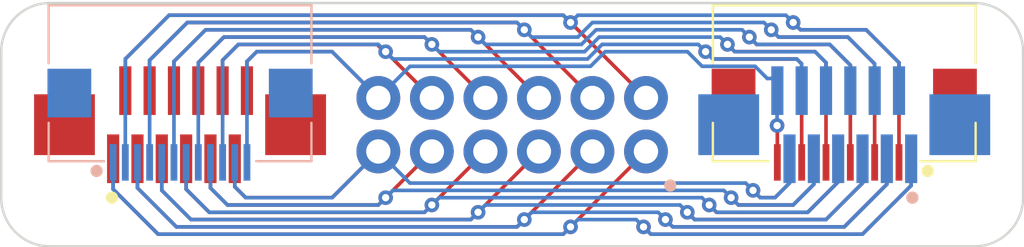
<source format=kicad_pcb>
(kicad_pcb (version 20221018) (generator pcbnew)
  (layers (0 "F.Cu" signal) (31 "B.Cu" signal) (34 "B.Paste" user) (35 "F.Paste" user) (36 "B.SilkS" user "B.Silkscreen") (37 "F.SilkS" user "F.Silkscreen") (38 "B.Mask" user) (39 "F.Mask" user) (44 "Edge.Cuts" user))
  (net 0 "")
  (net 1 "Net-(VIK_K1-3V3)")
  (net 2 "Net-(VIK_K1-GND-Pad2)")
  (net 3 "Net-(VIK_K1-SDA)")
  (net 4 "Net-(VIK_K1-SCL)")
  (net 5 "Net-(VIK_K1-RGB_IN)")
  (net 6 "Net-(VIK_K1-5V)")
  (net 7 "Net-(VIK_K1-GND-Pad7)")
  (net 8 "Net-(VIK_K1-MOSI)")
  (net 9 "Net-(VIK_K1-GPIO)")
  (net 10 "Net-(VIK_K1-CS)")
  (net 11 "Net-(VIK_K1-MISO)")
  (net 12 "Net-(VIK_K1-SCLK)")
  (footprint "zzkeeb:Connector_VIK-horizontal-keyboard" (layer "F.Cu") (at 135.65 53 180)
    (fp_text reference "VIK_K5")
    (fp_text value "Connector_VIK-keyboard" hide)
    (fp_line (start -5.4 -1.5) (end -3.131 -1.5) (stroke (width 0.1)) (layer "F.SilkS"))
    (fp_line (start -5.4 0.075) (end -5.4 -1.5) (stroke (width 0.1)) (layer "F.SilkS"))
    (fp_line (start -5.4 4.909) (end -5.4 2.526) (stroke (width 0.1)) (layer "F.SilkS"))
    (fp_line (start 5.4 -1.5) (end 3.131 -1.5) (stroke (width 0.1)) (layer "F.SilkS"))
    (fp_line (start 5.4 0.075) (end 5.4 -1.5) (stroke (width 0.1)) (layer "F.SilkS"))
    (fp_line (start 5.4 4.909) (end -5.4 4.909) (stroke (width 0.1)) (layer "F.SilkS"))
    (fp_line (start 5.4 4.909) (end 5.4 2.526) (stroke (width 0.1)) (layer "F.SilkS"))
    (fp_circle (center -3.429 -1.9) (end -3.302 -1.9) (stroke (width 0.254)) (fill none) (layer "F.SilkS"))
    (pad "1" smd rect (at -2.75 -1.55 180) (size 0.28 1.5) (layers "F.Cu" "F.Paste" "F.Mask") (net 1 "Net-(VIK_K1-3V3)"))
    (pad "2" smd rect (at -2.25 -1.55 180) (size 0.28 1.5) (layers "F.Cu" "F.Paste" "F.Mask") (net 2 "Net-(VIK_K1-GND-Pad2)"))
    (pad "3" smd rect (at -1.75 -1.55 180) (size 0.28 1.5) (layers "F.Cu" "F.Paste" "F.Mask") (net 3 "Net-(VIK_K1-SDA)"))
    (pad "4" smd rect (at -1.25 -1.55 180) (size 0.28 1.5) (layers "F.Cu" "F.Paste" "F.Mask") (net 4 "Net-(VIK_K1-SCL)"))
    (pad "5" smd rect (at -0.75 -1.55 180) (size 0.28 1.5) (layers "F.Cu" "F.Paste" "F.Mask") (net 5 "Net-(VIK_K1-RGB_IN)"))
    (pad "6" smd rect (at -0.25 -1.55 180) (size 0.28 1.5) (layers "F.Cu" "F.Paste" "F.Mask") (net 6 "Net-(VIK_K1-5V)"))
    (pad "7" smd rect (at 0.25 -1.55 180) (size 0.28 1.5) (layers "F.Cu" "F.Paste" "F.Mask") (net 7 "Net-(VIK_K1-GND-Pad7)"))
    (pad "8" smd rect (at 0.75 -1.55 180) (size 0.28 1.5) (layers "F.Cu" "F.Paste" "F.Mask") (net 8 "Net-(VIK_K1-MOSI)"))
    (pad "9" smd rect (at 1.25 -1.55 180) (size 0.28 1.5) (layers "F.Cu" "F.Paste" "F.Mask") (net 9 "Net-(VIK_K1-GPIO)"))
    (pad "10" smd rect (at 1.75 -1.55 180) (size 0.28 1.5) (layers "F.Cu" "F.Paste" "F.Mask") (net 10 "Net-(VIK_K1-CS)"))
    (pad "11" smd rect (at 2.25 -1.55 180) (size 0.28 1.5) (layers "F.Cu" "F.Paste" "F.Mask") (net 11 "Net-(VIK_K1-MISO)"))
    (pad "12" smd rect (at 2.75 -1.55 180) (size 0.28 1.5) (layers "F.Cu" "F.Paste" "F.Mask") (net 12 "Net-(VIK_K1-SCLK)"))
    (pad "MP" smd rect (at -4.55 1.3 180) (size 1.8 2) (layers "F.Cu" "F.Paste" "F.Mask"))
    (pad "MP" smd rect (at 4.55 1.3 180) (size 1.8 2) (layers "F.Cu" "F.Paste" "F.Mask"))
  )
  (footprint "zzkeeb:Connector_VIK-magnetic-keyboard" (layer "F.Cu") (at 122 53 90)
    (fp_text reference "VIK_K1" hide)
    (fp_text value "Connector_VIK-keyboard" hide)
    (fp_circle (center -2.5 6.5) (end -2.7 6.5) (stroke (width 0.1)) (fill solid) (layer "B.SilkS"))
    (fp_circle (center -2.5 6.5) (end -2.3 6.5) (stroke (width 0.1)) (fill solid) (layer "F.SilkS"))
    (pad "1" thru_hole circle (at -1.1 5.5 270) (size 1.8 1.8) (drill 1) (layers "*.Cu" "*.Mask") (net 1 "Net-(VIK_K1-3V3)"))
    (pad "2" thru_hole circle (at 1.1 5.5 270) (size 1.8 1.8) (drill 1) (layers "*.Cu" "*.Mask") (net 2 "Net-(VIK_K1-GND-Pad2)"))
    (pad "3" thru_hole circle (at -1.1 3.3 270) (size 1.8 1.8) (drill 1) (layers "*.Cu" "*.Mask") (net 3 "Net-(VIK_K1-SDA)"))
    (pad "4" thru_hole circle (at 1.1 3.3 270) (size 1.8 1.8) (drill 1) (layers "*.Cu" "*.Mask") (net 4 "Net-(VIK_K1-SCL)"))
    (pad "5" thru_hole circle (at -1.1 1.1 270) (size 1.8 1.8) (drill 1) (layers "*.Cu" "*.Mask") (net 5 "Net-(VIK_K1-RGB_IN)"))
    (pad "6" thru_hole circle (at 1.1 1.1 270) (size 1.8 1.8) (drill 1) (layers "*.Cu" "*.Mask") (net 6 "Net-(VIK_K1-5V)"))
    (pad "7" thru_hole circle (at -1.1 -1.1 270) (size 1.8 1.8) (drill 1) (layers "*.Cu" "*.Mask") (net 7 "Net-(VIK_K1-GND-Pad7)"))
    (pad "8" thru_hole circle (at 1.1 -1.1 270) (size 1.8 1.8) (drill 1) (layers "*.Cu" "*.Mask") (net 8 "Net-(VIK_K1-MOSI)"))
    (pad "9" thru_hole circle (at -1.1 -3.3 270) (size 1.8 1.8) (drill 1) (layers "*.Cu" "*.Mask") (net 9 "Net-(VIK_K1-GPIO)"))
    (pad "10" thru_hole circle (at 1.1 -3.3 270) (size 1.8 1.8) (drill 1) (layers "*.Cu" "*.Mask") (net 10 "Net-(VIK_K1-CS)"))
    (pad "11" thru_hole circle (at -1.1 -5.5 270) (size 1.8 1.8) (drill 1) (layers "*.Cu" "*.Mask") (net 11 "Net-(VIK_K1-MISO)"))
    (pad "12" thru_hole circle (at 1.1 -5.5 270) (size 1.8 1.8) (drill 1) (layers "*.Cu" "*.Mask") (net 12 "Net-(VIK_K1-SCLK)"))
  )
  (footprint "zzkeeb:Connector_VIK-vertical-keyboard" (layer "F.Cu") (at 108.35 53 90)
    (fp_text reference "VIK_K2" hide)
    (fp_text value "Connector_VIK-keyboard" hide)
    (fp_circle (center -3 -2.8) (end -2.873 -2.8) (stroke (width 0.254)) (fill none) (layer "F.SilkS"))
    (pad "" smd rect (at 0 -4.75 90) (size 2.5 2.5) (layers "F.Cu" "F.Paste" "F.Mask"))
    (pad "" smd rect (at 0 4.75 90) (size 2.5 2.5) (layers "F.Cu" "F.Paste" "F.Mask"))
    (pad "1" smd custom (at -1.9 -2.75 270) (size 1 0.5) (layers "F.Cu" "F.Paste" "F.Mask") (net 1 "Net-(VIK_K1-3V3)") (options (clearance outline) (anchor rect)) (primitives (gr_poly (pts (xy -1.5 0.25) (xy -0.5 0.25) (xy -0.5 -0.25) (xy -1.5 -0.25)) (width 0) (fill yes))))
    (pad "2" smd custom (at 1.9 -2.25 90) (size 1 0.5) (layers "F.Cu" "F.Paste" "F.Mask") (net 2 "Net-(VIK_K1-GND-Pad2)") (options (clearance outline) (anchor rect)) (primitives (gr_poly (pts (xy -1.5 0.25) (xy -0.5 0.25) (xy -0.5 -0.25) (xy -1.5 -0.25)) (width 0) (fill yes))))
    (pad "3" smd custom (at -1.9 -1.75 270) (size 1 0.5) (layers "F.Cu" "F.Paste" "F.Mask") (net 3 "Net-(VIK_K1-SDA)") (options (clearance outline) (anchor rect)) (primitives (gr_poly (pts (xy -1.5 0.25) (xy -0.5 0.25) (xy -0.5 -0.25) (xy -1.5 -0.25)) (width 0) (fill yes))))
    (pad "4" smd custom (at 1.9 -1.25 90) (size 1 0.5) (layers "F.Cu" "F.Paste" "F.Mask") (net 4 "Net-(VIK_K1-SCL)") (options (clearance outline) (anchor rect)) (primitives (gr_poly (pts (xy -1.5 0.25) (xy -0.5 0.25) (xy -0.5 -0.25) (xy -1.5 -0.25)) (width 0) (fill yes))))
    (pad "5" smd custom (at -1.9 -0.75 270) (size 1 0.5) (layers "F.Cu" "F.Paste" "F.Mask") (net 5 "Net-(VIK_K1-RGB_IN)") (options (clearance outline) (anchor rect)) (primitives (gr_poly (pts (xy -1.5 0.25) (xy -0.5 0.25) (xy -0.5 -0.25) (xy -1.5 -0.25)) (width 0) (fill yes))))
    (pad "6" smd custom (at 1.9 -0.25 90) (size 1 0.5) (layers "F.Cu" "F.Paste" "F.Mask") (net 6 "Net-(VIK_K1-5V)") (options (clearance outline) (anchor rect)) (primitives (gr_poly (pts (xy -1.5 0.25) (xy -0.5 0.25) (xy -0.5 -0.25) (xy -1.5 -0.25)) (width 0) (fill yes))))
    (pad "7" smd rect (at -1.4 0.25) (size 0.5 2) (layers "F.Cu" "F.Paste" "F.Mask") (net 7 "Net-(VIK_K1-GND-Pad7)"))
    (pad "8" smd custom (at 1.9 0.75 90) (size 1 0.5) (layers "F.Cu" "F.Paste" "F.Mask") (net 8 "Net-(VIK_K1-MOSI)") (options (clearance outline) (anchor rect)) (primitives (gr_poly (pts (xy -1.5 0.25) (xy -0.5 0.25) (xy -0.5 -0.25) (xy -1.5 -0.25)) (width 0) (fill yes))))
    (pad "9" smd custom (at -1.9 1.25 270) (size 1 0.5) (layers "F.Cu" "F.Paste" "F.Mask") (net 9 "Net-(VIK_K1-GPIO)") (options (clearance outline) (anchor rect)) (primitives (gr_poly (pts (xy -1.5 0.25) (xy -0.5 0.25) (xy -0.5 -0.25) (xy -1.5 -0.25)) (width 0) (fill yes))))
    (pad "10" smd custom (at 1.9 1.75 90) (size 1 0.5) (layers "F.Cu" "F.Paste" "F.Mask") (net 10 "Net-(VIK_K1-CS)") (options (clearance outline) (anchor rect)) (primitives (gr_poly (pts (xy -1.5 0.25) (xy -0.5 0.25) (xy -0.5 -0.25) (xy -1.5 -0.25)) (width 0) (fill yes))))
    (pad "11" smd custom (at -1.9 2.25 270) (size 1 0.5) (layers "F.Cu" "F.Paste" "F.Mask") (net 11 "Net-(VIK_K1-MISO)") (options (clearance outline) (anchor rect)) (primitives (gr_poly (pts (xy -1.5 0.25) (xy -0.5 0.25) (xy -0.5 -0.25) (xy -1.5 -0.25)) (width 0) (fill yes))))
    (pad "12" smd custom (at 1.9 2.75 90) (size 1 0.5) (layers "F.Cu" "F.Paste" "F.Mask") (net 12 "Net-(VIK_K1-SCLK)") (options (clearance outline) (anchor rect)) (primitives (gr_poly (pts (xy -1.5 0.25) (xy -0.5 0.25) (xy -0.5 -0.25) (xy -1.5 -0.25)) (width 0) (fill yes))))
  )
  (footprint "zzkeeb:Connector_VIK-vertical-keyboard" (layer "B.Cu") (at 135.65 53 90)
    (fp_text reference "VIK_K3" hide)
    (fp_text value "Connector_VIK-keyboard" hide)
    (fp_circle (center -3 2.8) (end -2.873 2.8) (stroke (width 0.254)) (fill none) (layer "B.SilkS"))
    (pad "" smd rect (at 0 -4.75 90) (size 2.5 2.5) (layers "B.Cu" "B.Paste" "B.Mask"))
    (pad "" smd rect (at 0 4.75 90) (size 2.5 2.5) (layers "B.Cu" "B.Paste" "B.Mask"))
    (pad "1" smd custom (at -1.9 2.75 270) (size 1 0.5) (layers "B.Cu" "B.Paste" "B.Mask") (net 1 "Net-(VIK_K1-3V3)") (options (clearance outline) (anchor rect)) (primitives (gr_poly (pts (xy -1.5 -0.25) (xy -0.5 -0.25) (xy -0.5 0.25) (xy -1.5 0.25)) (width 0) (fill yes))))
    (pad "2" smd custom (at 1.9 2.25 90) (size 1 0.5) (layers "B.Cu" "B.Paste" "B.Mask") (net 2 "Net-(VIK_K1-GND-Pad2)") (options (clearance outline) (anchor rect)) (primitives (gr_poly (pts (xy -1.5 -0.25) (xy -0.5 -0.25) (xy -0.5 0.25) (xy -1.5 0.25)) (width 0) (fill yes))))
    (pad "3" smd custom (at -1.9 1.75 270) (size 1 0.5) (layers "B.Cu" "B.Paste" "B.Mask") (net 3 "Net-(VIK_K1-SDA)") (options (clearance outline) (anchor rect)) (primitives (gr_poly (pts (xy -1.5 -0.25) (xy -0.5 -0.25) (xy -0.5 0.25) (xy -1.5 0.25)) (width 0) (fill yes))))
    (pad "4" smd custom (at 1.9 1.25 90) (size 1 0.5) (layers "B.Cu" "B.Paste" "B.Mask") (net 4 "Net-(VIK_K1-SCL)") (options (clearance outline) (anchor rect)) (primitives (gr_poly (pts (xy -1.5 -0.25) (xy -0.5 -0.25) (xy -0.5 0.25) (xy -1.5 0.25)) (width 0) (fill yes))))
    (pad "5" smd custom (at -1.9 0.75 270) (size 1 0.5) (layers "B.Cu" "B.Paste" "B.Mask") (net 5 "Net-(VIK_K1-RGB_IN)") (options (clearance outline) (anchor rect)) (primitives (gr_poly (pts (xy -1.5 -0.25) (xy -0.5 -0.25) (xy -0.5 0.25) (xy -1.5 0.25)) (width 0) (fill yes))))
    (pad "6" smd custom (at 1.9 0.25 90) (size 1 0.5) (layers "B.Cu" "B.Paste" "B.Mask") (net 6 "Net-(VIK_K1-5V)") (options (clearance outline) (anchor rect)) (primitives (gr_poly (pts (xy -1.5 -0.25) (xy -0.5 -0.25) (xy -0.5 0.25) (xy -1.5 0.25)) (width 0) (fill yes))))
    (pad "7" smd rect (at -1.4 -0.25 180) (size 0.5 2) (layers "B.Cu" "B.Paste" "B.Mask") (net 7 "Net-(VIK_K1-GND-Pad7)"))
    (pad "8" smd custom (at 1.9 -0.75 90) (size 1 0.5) (layers "B.Cu" "B.Paste" "B.Mask") (net 8 "Net-(VIK_K1-MOSI)") (options (clearance outline) (anchor rect)) (primitives (gr_poly (pts (xy -1.5 -0.25) (xy -0.5 -0.25) (xy -0.5 0.25) (xy -1.5 0.25)) (width 0) (fill yes))))
    (pad "9" smd custom (at -1.9 -1.25 270) (size 1 0.5) (layers "B.Cu" "B.Paste" "B.Mask") (net 9 "Net-(VIK_K1-GPIO)") (options (clearance outline) (anchor rect)) (primitives (gr_poly (pts (xy -1.5 -0.25) (xy -0.5 -0.25) (xy -0.5 0.25) (xy -1.5 0.25)) (width 0) (fill yes))))
    (pad "10" smd custom (at 1.9 -1.75 90) (size 1 0.5) (layers "B.Cu" "B.Paste" "B.Mask") (net 10 "Net-(VIK_K1-CS)") (options (clearance outline) (anchor rect)) (primitives (gr_poly (pts (xy -1.5 -0.25) (xy -0.5 -0.25) (xy -0.5 0.25) (xy -1.5 0.25)) (width 0) (fill yes))))
    (pad "11" smd custom (at -1.9 -2.25 270) (size 1 0.5) (layers "B.Cu" "B.Paste" "B.Mask") (net 11 "Net-(VIK_K1-MISO)") (options (clearance outline) (anchor rect)) (primitives (gr_poly (pts (xy -1.5 -0.25) (xy -0.5 -0.25) (xy -0.5 0.25) (xy -1.5 0.25)) (width 0) (fill yes))))
    (pad "12" smd custom (at 1.9 -2.75 90) (size 1 0.5) (layers "B.Cu" "B.Paste" "B.Mask") (net 12 "Net-(VIK_K1-SCLK)") (options (clearance outline) (anchor rect)) (primitives (gr_poly (pts (xy -1.5 -0.25) (xy -0.5 -0.25) (xy -0.5 0.25) (xy -1.5 0.25)) (width 0) (fill yes))))
  )
  (footprint "zzkeeb:Connector_VIK-horizontal-keyboard" (layer "B.Cu") (at 108.35 53)
    (fp_text reference "VIK_K4")
    (fp_text value "Connector_VIK-keyboard" hide)
    (fp_line (start -5.4 -4.909) (end -5.4 -2.526) (stroke (width 0.1)) (layer "B.SilkS"))
    (fp_line (start -5.4 -0.075) (end -5.4 1.5) (stroke (width 0.1)) (layer "B.SilkS"))
    (fp_line (start -5.4 1.5) (end -3.131 1.5) (stroke (width 0.1)) (layer "B.SilkS"))
    (fp_line (start 5.4 -4.909) (end -5.4 -4.909) (stroke (width 0.1)) (layer "B.SilkS"))
    (fp_line (start 5.4 -4.909) (end 5.4 -2.526) (stroke (width 0.1)) (layer "B.SilkS"))
    (fp_line (start 5.4 -0.075) (end 5.4 1.5) (stroke (width 0.1)) (layer "B.SilkS"))
    (fp_line (start 5.4 1.5) (end 3.131 1.5) (stroke (width 0.1)) (layer "B.SilkS"))
    (fp_circle (center -3.429 1.9) (end -3.302 1.9) (stroke (width 0.254)) (fill none) (layer "B.SilkS"))
    (pad "1" smd rect (at -2.75 1.55) (size 0.28 1.5) (layers "B.Cu" "B.Paste" "B.Mask") (net 1 "Net-(VIK_K1-3V3)"))
    (pad "2" smd rect (at -2.25 1.55) (size 0.28 1.5) (layers "B.Cu" "B.Paste" "B.Mask") (net 2 "Net-(VIK_K1-GND-Pad2)"))
    (pad "3" smd rect (at -1.75 1.55) (size 0.28 1.5) (layers "B.Cu" "B.Paste" "B.Mask") (net 3 "Net-(VIK_K1-SDA)"))
    (pad "4" smd rect (at -1.25 1.55) (size 0.28 1.5) (layers "B.Cu" "B.Paste" "B.Mask") (net 4 "Net-(VIK_K1-SCL)"))
    (pad "5" smd rect (at -0.75 1.55) (size 0.28 1.5) (layers "B.Cu" "B.Paste" "B.Mask") (net 5 "Net-(VIK_K1-RGB_IN)"))
    (pad "6" smd rect (at -0.25 1.55) (size 0.28 1.5) (layers "B.Cu" "B.Paste" "B.Mask") (net 6 "Net-(VIK_K1-5V)"))
    (pad "7" smd rect (at 0.25 1.55) (size 0.28 1.5) (layers "B.Cu" "B.Paste" "B.Mask") (net 7 "Net-(VIK_K1-GND-Pad7)"))
    (pad "8" smd rect (at 0.75 1.55) (size 0.28 1.5) (layers "B.Cu" "B.Paste" "B.Mask") (net 8 "Net-(VIK_K1-MOSI)"))
    (pad "9" smd rect (at 1.25 1.55) (size 0.28 1.5) (layers "B.Cu" "B.Paste" "B.Mask") (net 9 "Net-(VIK_K1-GPIO)"))
    (pad "10" smd rect (at 1.75 1.55) (size 0.28 1.5) (layers "B.Cu" "B.Paste" "B.Mask") (net 10 "Net-(VIK_K1-CS)"))
    (pad "11" smd rect (at 2.25 1.55) (size 0.28 1.5) (layers "B.Cu" "B.Paste" "B.Mask") (net 11 "Net-(VIK_K1-MISO)"))
    (pad "12" smd rect (at 2.75 1.55) (size 0.28 1.5) (layers "B.Cu" "B.Paste" "B.Mask") (net 12 "Net-(VIK_K1-SCLK)"))
    (pad "MP" smd rect (at -4.55 -1.3) (size 1.8 2) (layers "B.Cu" "B.Paste" "B.Mask"))
    (pad "MP" smd rect (at 4.55 -1.3) (size 1.8 2) (layers "B.Cu" "B.Paste" "B.Mask"))
  )
  (gr_line (start 103 58) (end 141 58) (stroke (width 0.1)) (layer "Edge.Cuts"))
  (gr_line (start 143 56) (end 143 50) (stroke (width 0.1)) (layer "Edge.Cuts"))
  (gr_arc (start 101 50) (mid 101.585786 48.585786) (end 103 48) (stroke (width 0.1)) (layer "Edge.Cuts"))
  (gr_line (start 141 48) (end 103 48) (stroke (width 0.1)) (layer "Edge.Cuts"))
  (gr_arc (start 103 58) (mid 101.585786 57.414214) (end 101 56) (stroke (width 0.1)) (layer "Edge.Cuts"))
  (gr_arc (start 141 48) (mid 142.414214 48.585786) (end 143 50) (stroke (width 0.1)) (layer "Edge.Cuts"))
  (gr_arc (start 143 56) (mid 142.414214 57.414214) (end 141 58) (stroke (width 0.1)) (layer "Edge.Cuts"))
  (gr_line (start 101 50) (end 101 56) (stroke (width 0.1)) (layer "Edge.Cuts"))
  (segment (start 136.4 57.5) (end 127.7 57.5) (width 0.15) (layer "F.Cu") (net 1))
  (segment (start 138.4 55.5) (end 136.4 57.5) (width 0.15) (layer "F.Cu") (net 1))
  (segment (start 127.5 54.1) (end 124.1 57.5) (width 0.15) (layer "F.Cu") (net 1))
  (segment (start 105.6 55.65) (end 105.6 54.9) (width 0.15) (layer "F.Cu") (net 1))
  (segment (start 138.4 54.55) (end 138.4 55.5) (width 0.15) (layer "F.Cu") (net 1))
  (segment (start 107.45 57.5) (end 105.6 55.65) (width 0.15) (layer "F.Cu") (net 1))
  (segment (start 124.1 57.5) (end 107.45 57.5) (width 0.15) (layer "F.Cu") (net 1))
  (segment (start 127.7 57.5) (end 127.4 57.2) (width 0.15) (layer "F.Cu") (net 1))
  (via (at 124.4 57.2) (size 0.6) (drill 0.3) (layers "F.Cu" "B.Cu") (net 1))
  (via (at 127.4 57.2) (size 0.6) (drill 0.3) (layers "F.Cu" "B.Cu") (net 1))
  (segment (start 136.4 57.5) (end 127.7 57.5) (width 0.15) (layer "B.Cu") (net 1))
  (segment (start 124.7 56.9) (end 124.4 57.2) (width 0.15) (layer "B.Cu") (net 1))
  (segment (start 124.1 57.5) (end 107.45 57.5) (width 0.15) (layer "B.Cu") (net 1))
  (segment (start 127.1 56.9) (end 124.7 56.9) (width 0.15) (layer "B.Cu") (net 1))
  (segment (start 127.7 57.5) (end 127.4 57.2) (width 0.15) (layer "B.Cu") (net 1))
  (segment (start 138.4 55.5) (end 136.4 57.5) (width 0.15) (layer "B.Cu") (net 1))
  (segment (start 105.6 55.65) (end 105.6 54.55) (width 0.15) (layer "B.Cu") (net 1))
  (segment (start 124.4 57.2) (end 124.1 57.5) (width 0.15) (layer "B.Cu") (net 1))
  (segment (start 138.4 54.9) (end 138.4 55.5) (width 0.15) (layer "B.Cu") (net 1))
  (segment (start 127.4 57.2) (end 127.1 56.9) (width 0.15) (layer "B.Cu") (net 1))
  (segment (start 107.45 57.5) (end 105.6 55.65) (width 0.15) (layer "B.Cu") (net 1))
  (segment (start 133.55 48.8) (end 133.85 49.1) (width 0.15) (layer "F.Cu") (net 2))
  (segment (start 137.9 54.5) (end 137.85 54.55) (width 0.15) (layer "F.Cu") (net 2))
  (segment (start 137.9 50.45) (end 137.9 54.5) (width 0.15) (layer "F.Cu") (net 2))
  (segment (start 133.85 49.1) (end 136.55 49.1) (width 0.15) (layer "F.Cu") (net 2))
  (segment (start 124.4 48.8) (end 127.5 51.9) (width 0.15) (layer "F.Cu") (net 2))
  (segment (start 136.55 49.1) (end 137.9 50.45) (width 0.15) (layer "F.Cu") (net 2))
  (segment (start 107.9 48.5) (end 106.1 50.3) (width 0.15) (layer "F.Cu") (net 2))
  (segment (start 106.1 50.3) (end 106.1 51.1) (width 0.15) (layer "F.Cu") (net 2))
  (segment (start 124.1 48.5) (end 107.9 48.5) (width 0.15) (layer "F.Cu") (net 2))
  (segment (start 124.4 48.8) (end 124.1 48.5) (width 0.15) (layer "F.Cu") (net 2))
  (via locked (at 124.4 48.8) (size 0.6) (drill 0.3) (layers "F.Cu" "B.Cu") (net 2))
  (via locked (at 133.55 48.8) (size 0.6) (drill 0.3) (layers "F.Cu" "B.Cu") (net 2))
  (segment (start 124.1 48.5) (end 107.9 48.5) (width 0.15) (layer "B.Cu") (net 2))
  (segment (start 137.9 50.45) (end 137.9 51.1) (width 0.15) (layer "B.Cu") (net 2))
  (segment (start 124.4 48.8) (end 124.7 48.5) (width 0.15) (layer "B.Cu") (net 2))
  (segment (start 133.85 49.1) (end 136.55 49.1) (width 0.15) (layer "B.Cu") (net 2))
  (segment (start 124.7 48.5) (end 133.25 48.5) (width 0.15) (layer "B.Cu") (net 2))
  (segment (start 133.25 48.5) (end 133.55 48.8) (width 0.15) (layer "B.Cu") (net 2))
  (segment (start 136.55 49.1) (end 137.9 50.45) (width 0.15) (layer "B.Cu") (net 2))
  (segment (start 107.9 48.5) (end 106.1 50.3) (width 0.15) (layer "B.Cu") (net 2))
  (segment (start 133.55 48.8) (end 133.85 49.1) (width 0.15) (layer "B.Cu") (net 2))
  (segment (start 124.4 48.8) (end 124.1 48.5) (width 0.15) (layer "B.Cu") (net 2))
  (segment (start 106.1 50.3) (end 106.1 54.55) (width 0.15) (layer "B.Cu") (net 2))
  (segment (start 137.4 55.45) (end 137.4 54.55) (width 0.15) (layer "F.Cu") (net 3))
  (segment (start 128.6 57.2) (end 135.65 57.2) (width 0.15) (layer "F.Cu") (net 3))
  (segment (start 128.3 56.9) (end 128.6 57.2) (width 0.15) (layer "F.Cu") (net 3))
  (segment (start 122.2 57.2) (end 108.2 57.2) (width 0.15) (layer "F.Cu") (net 3))
  (segment (start 135.65 57.2) (end 137.4 55.45) (width 0.15) (layer "F.Cu") (net 3))
  (segment (start 125.3 54.1) (end 122.2 57.2) (width 0.15) (layer "F.Cu") (net 3))
  (segment (start 106.6 55.6) (end 106.6 54.9) (width 0.15) (layer "F.Cu") (net 3))
  (segment (start 108.2 57.2) (end 106.6 55.6) (width 0.15) (layer "F.Cu") (net 3))
  (via (at 128.3 56.9) (size 0.6) (drill 0.3) (layers "F.Cu" "B.Cu") (net 3))
  (via (at 122.5 56.9) (size 0.6) (drill 0.3) (layers "F.Cu" "B.Cu") (net 3))
  (segment (start 122.2 57.2) (end 108.2 57.2) (width 0.15) (layer "B.Cu") (net 3))
  (segment (start 137.4 55.45) (end 135.65 57.2) (width 0.15) (layer "B.Cu") (net 3))
  (segment (start 128.6 57.2) (end 128 56.6) (width 0.15) (layer "B.Cu") (net 3))
  (segment (start 122.8 56.6) (end 122.2 57.2) (width 0.15) (layer "B.Cu") (net 3))
  (segment (start 106.6 55.6) (end 106.6 54.55) (width 0.15) (layer "B.Cu") (net 3))
  (segment (start 108.2 57.2) (end 106.6 55.6) (width 0.15) (layer "B.Cu") (net 3))
  (segment (start 128 56.6) (end 122.8 56.6) (width 0.15) (layer "B.Cu") (net 3))
  (segment (start 137.4 54.9) (end 137.4 55.45) (width 0.15) (layer "B.Cu") (net 3))
  (segment (start 135.65 57.2) (end 128.6 57.2) (width 0.15) (layer "B.Cu") (net 3))
  (segment (start 122.2 48.8) (end 108.65 48.8) (width 0.15) (layer "F.Cu") (net 4))
  (segment (start 122.5 49.1) (end 122.2 48.8) (width 0.15) (layer "F.Cu") (net 4))
  (segment (start 107.1 50.35) (end 107.1 51.1) (width 0.15) (layer "F.Cu") (net 4))
  (segment (start 122.5 49.1) (end 125.3 51.9) (width 0.15) (layer "F.Cu") (net 4))
  (segment (start 135.8 49.4) (end 132.95 49.4) (width 0.15) (layer "F.Cu") (net 4))
  (segment (start 136.9 50.5) (end 135.8 49.4) (width 0.15) (layer "F.Cu") (net 4))
  (segment (start 132.95 49.4) (end 132.65 49.1) (width 0.15) (layer "F.Cu") (net 4))
  (segment (start 136.9 54.55) (end 136.9 50.5) (width 0.15) (layer "F.Cu") (net 4))
  (segment (start 108.65 48.8) (end 107.1 50.35) (width 0.15) (layer "F.Cu") (net 4))
  (via locked (at 132.65 49.1) (size 0.6) (drill 0.3) (layers "F.Cu" "B.Cu") (net 4))
  (via locked (at 122.5 49.1) (size 0.6) (drill 0.3) (layers "F.Cu" "B.Cu") (net 4))
  (segment (start 136.9 50.5) (end 136.9 51.1) (width 0.15) (layer "B.Cu") (net 4))
  (segment (start 132.35 48.8) (end 132.65 49.1) (width 0.15) (layer "B.Cu") (net 4))
  (segment (start 122.5 49.1) (end 122.2 48.8) (width 0.15) (layer "B.Cu") (net 4))
  (segment (start 135.8 49.4) (end 136.9 50.5) (width 0.15) (layer "B.Cu") (net 4))
  (segment (start 108.65 48.8) (end 107.1 50.35) (width 0.15) (layer "B.Cu") (net 4))
  (segment (start 122.5 49.1) (end 122.8 49.4) (width 0.15) (layer "B.Cu") (net 4))
  (segment (start 122.8 49.4) (end 124.7 49.4) (width 0.15) (layer "B.Cu") (net 4))
  (segment (start 122.2 48.8) (end 108.65 48.8) (width 0.15) (layer "B.Cu") (net 4))
  (segment (start 132.65 49.1) (end 132.95 49.4) (width 0.15) (layer "B.Cu") (net 4))
  (segment (start 107.1 50.35) (end 107.1 54.55) (width 0.15) (layer "B.Cu") (net 4))
  (segment (start 132.95 49.4) (end 135.8 49.4) (width 0.15) (layer "B.Cu") (net 4))
  (segment (start 124.7 49.4) (end 125.3 48.8) (width 0.15) (layer "B.Cu") (net 4))
  (segment (start 125.3 48.8) (end 132.35 48.8) (width 0.15) (layer "B.Cu") (net 4))
  (segment (start 120.3 56.9) (end 108.8 56.9) (width 0.15) (layer "F.Cu") (net 5))
  (segment (start 129.5 56.9) (end 134.9 56.9) (width 0.15) (layer "F.Cu") (net 5))
  (segment (start 123.1 54.1) (end 120.3 56.9) (width 0.15) (layer "F.Cu") (net 5))
  (segment (start 129.2 56.6) (end 129.5 56.9) (width 0.15) (layer "F.Cu") (net 5))
  (segment (start 108.8 56.9) (end 107.6 55.7) (width 0.15) (layer "F.Cu") (net 5))
  (segment (start 107.6 55.7) (end 107.6 54.9) (width 0.15) (layer "F.Cu") (net 5))
  (segment (start 134.9 56.9) (end 136.4 55.4) (width 0.15) (layer "F.Cu") (net 5))
  (segment (start 136.4 55.4) (end 136.4 54.55) (width 0.15) (layer "F.Cu") (net 5))
  (via locked (at 120.6 56.6) (size 0.6) (drill 0.3) (layers "F.Cu" "B.Cu") (net 5))
  (via (at 129.2 56.6) (size 0.6) (drill 0.3) (layers "F.Cu" "B.Cu") (net 5))
  (segment (start 129.5 56.9) (end 129.2 56.6) (width 0.15) (layer "B.Cu") (net 5))
  (segment (start 134.9 56.9) (end 129.5 56.9) (width 0.15) (layer "B.Cu") (net 5))
  (segment (start 128.9 56.3) (end 120.9 56.3) (width 0.15) (layer "B.Cu") (net 5))
  (segment (start 107.6 55.7) (end 107.6 54.55) (width 0.15) (layer "B.Cu") (net 5))
  (segment (start 120.9 56.3) (end 120.3 56.9) (width 0.15) (layer "B.Cu") (net 5))
  (segment (start 120.3 56.9) (end 108.8 56.9) (width 0.15) (layer "B.Cu") (net 5))
  (segment (start 108.8 56.9) (end 107.6 55.7) (width 0.15) (layer "B.Cu") (net 5))
  (segment (start 129.2 56.6) (end 128.9 56.3) (width 0.15) (layer "B.Cu") (net 5))
  (segment (start 136.4 54.9) (end 136.4 55.4) (width 0.15) (layer "B.Cu") (net 5))
  (segment (start 136.4 55.4) (end 134.9 56.9) (width 0.15) (layer "B.Cu") (net 5))
  (segment (start 120.6 49.4) (end 120.3 49.1) (width 0.15) (layer "F.Cu") (net 6))
  (segment (start 135.05 49.7) (end 135.9 50.55) (width 0.15) (layer "F.Cu") (net 6))
  (segment (start 135.9 50.55) (end 135.9 54.55) (width 0.15) (layer "F.Cu") (net 6))
  (segment (start 132.05 49.7) (end 135.05 49.7) (width 0.15) (layer "F.Cu") (net 6))
  (segment (start 109.4 49.1) (end 108.1 50.4) (width 0.15) (layer "F.Cu") (net 6))
  (segment (start 131.75 49.4) (end 132.05 49.7) (width 0.15) (layer "F.Cu") (net 6))
  (segment (start 120.6 49.4) (end 123.1 51.9) (width 0.15) (layer "F.Cu") (net 6))
  (segment (start 108.1 50.4) (end 108.1 51.1) (width 0.15) (layer "F.Cu") (net 6))
  (segment (start 120.3 49.1) (end 109.4 49.1) (width 0.15) (layer "F.Cu") (net 6))
  (via locked (at 131.75 49.4) (size 0.6) (drill 0.3) (layers "F.Cu" "B.Cu") (net 6))
  (via locked (at 120.6 49.4) (size 0.6) (drill 0.3) (layers "F.Cu" "B.Cu") (net 6))
  (segment (start 109.4 49.1) (end 108.1 50.4) (width 0.15) (layer "B.Cu") (net 6))
  (segment (start 132.05 49.7) (end 135.05 49.7) (width 0.15) (layer "B.Cu") (net 6))
  (segment (start 135.9 50.55) (end 135.9 51.1) (width 0.15) (layer "B.Cu") (net 6))
  (segment (start 124.85 49.7) (end 125.45 49.1) (width 0.15) (layer "B.Cu") (net 6))
  (segment (start 131.45 49.1) (end 131.75 49.4) (width 0.15) (layer "B.Cu") (net 6))
  (segment (start 120.3 49.1) (end 109.4 49.1) (width 0.15) (layer "B.Cu") (net 6))
  (segment (start 125.45 49.1) (end 131.45 49.1) (width 0.15) (layer "B.Cu") (net 6))
  (segment (start 120.6 49.4) (end 120.3 49.1) (width 0.15) (layer "B.Cu") (net 6))
  (segment (start 120.6 49.4) (end 120.9 49.7) (width 0.15) (layer "B.Cu") (net 6))
  (segment (start 135.05 49.7) (end 135.9 50.55) (width 0.15) (layer "B.Cu") (net 6))
  (segment (start 120.9 49.7) (end 124.85 49.7) (width 0.15) (layer "B.Cu") (net 6))
  (segment (start 108.1 50.4) (end 108.1 54.55) (width 0.15) (layer "B.Cu") (net 6))
  (segment (start 131.75 49.4) (end 132.05 49.7) (width 0.15) (layer "B.Cu") (net 6))
  (segment (start 120.9 54.1) (end 118.7 56.3) (width 0.15) (layer "F.Cu") (net 7))
  (segment (start 135.4 55.35) (end 135.4 54.55) (width 0.15) (layer "F.Cu") (net 7))
  (segment (start 108.6 55.65) (end 108.6 54.4) (width 0.15) (layer "F.Cu") (net 7))
  (segment (start 118.4 56.6) (end 109.55 56.6) (width 0.15) (layer "F.Cu") (net 7))
  (segment (start 134.15 56.6) (end 135.4 55.35) (width 0.15) (layer "F.Cu") (net 7))
  (segment (start 130.4 56.6) (end 134.15 56.6) (width 0.15) (layer "F.Cu") (net 7))
  (segment (start 109.55 56.6) (end 108.6 55.65) (width 0.15) (layer "F.Cu") (net 7))
  (segment (start 130.1 56.3) (end 130.4 56.6) (width 0.15) (layer "F.Cu") (net 7))
  (segment (start 118.7 56.3) (end 118.4 56.6) (width 0.15) (layer "F.Cu") (net 7))
  (via locked (at 118.7 56.3) (size 0.6) (drill 0.3) (layers "F.Cu" "B.Cu") (net 7))
  (via (at 130.1 56.3) (size 0.6) (drill 0.3) (layers "F.Cu" "B.Cu") (net 7))
  (segment (start 135.4 54.4) (end 135.4 55.35) (width 0.15) (layer "B.Cu") (net 7))
  (segment (start 108.6 55.65) (end 108.6 54.55) (width 0.15) (layer "B.Cu") (net 7))
  (segment (start 119 56) (end 118.4 56.6) (width 0.15) (layer "B.Cu") (net 7))
  (segment (start 118.4 56.6) (end 109.55 56.6) (width 0.15) (layer "B.Cu") (net 7))
  (segment (start 135.4 55.35) (end 134.15 56.6) (width 0.15) (layer "B.Cu") (net 7))
  (segment (start 109.55 56.6) (end 108.6 55.65) (width 0.15) (layer "B.Cu") (net 7))
  (segment (start 130.4 56.6) (end 129.8 56) (width 0.15) (layer "B.Cu") (net 7))
  (segment (start 129.8 56) (end 119 56) (width 0.15) (layer "B.Cu") (net 7))
  (segment (start 134.15 56.6) (end 130.4 56.6) (width 0.15) (layer "B.Cu") (net 7))
  (segment (start 130.85 49.7) (end 131.15 50) (width 0.15) (layer "F.Cu") (net 8))
  (segment (start 118.7 49.7) (end 120.9 51.9) (width 0.15) (layer "F.Cu") (net 8))
  (segment (start 118.4 49.4) (end 110.15 49.4) (width 0.15) (layer "F.Cu") (net 8))
  (segment (start 131.15 50) (end 134.45 50) (width 0.15) (layer "F.Cu") (net 8))
  (segment (start 118.7 49.7) (end 118.4 49.4) (width 0.15) (layer "F.Cu") (net 8))
  (segment (start 134.9 50.45) (end 134.9 54.55) (width 0.15) (layer "F.Cu") (net 8))
  (segment (start 134.45 50) (end 134.9 50.45) (width 0.15) (layer "F.Cu") (net 8))
  (segment (start 109.1 50.45) (end 109.1 51.1) (width 0.15) (layer "F.Cu") (net 8))
  (segment (start 110.15 49.4) (end 109.1 50.45) (width 0.15) (layer "F.Cu") (net 8))
  (via locked (at 130.85 49.7) (size 0.6) (drill 0.3) (layers "F.Cu" "B.Cu") (net 8))
  (via locked (at 118.7 49.7) (size 0.6) (drill 0.3) (layers "F.Cu" "B.Cu") (net 8))
  (segment (start 134.9 50.45) (end 134.9 51.1) (width 0.15) (layer "B.Cu") (net 8))
  (segment (start 119 50) (end 124.974264 50) (width 0.15) (layer "B.Cu") (net 8))
  (segment (start 131.15 50) (end 134.45 50) (width 0.15) (layer "B.Cu") (net 8))
  (segment (start 130.85 49.7) (end 131.15 50) (width 0.15) (layer "B.Cu") (net 8))
  (segment (start 130.55 49.4) (end 130.85 49.7) (width 0.15) (layer "B.Cu") (net 8))
  (segment (start 110.15 49.4) (end 118.4 49.4) (width 0.15) (layer "B.Cu") (net 8))
  (segment (start 134.45 50) (end 134.9 50.45) (width 0.15) (layer "B.Cu") (net 8))
  (segment (start 124.974264 50) (end 125.574264 49.4) (width 0.15) (layer "B.Cu") (net 8))
  (segment (start 118.4 49.4) (end 119 50) (width 0.15) (layer "B.Cu") (net 8))
  (segment (start 109.1 50.45) (end 110.15 49.4) (width 0.15) (layer "B.Cu") (net 8))
  (segment (start 109.1 54.55) (end 109.1 50.45) (width 0.15) (layer "B.Cu") (net 8))
  (segment (start 125.574264 49.4) (end 130.55 49.4) (width 0.15) (layer "B.Cu") (net 8))
  (segment (start 134.4 55.45) (end 134.4 54.55) (width 0.15) (layer "F.Cu") (net 9))
  (segment (start 109.6 55.6) (end 109.6 54.9) (width 0.15) (layer "F.Cu") (net 9))
  (segment (start 133.55 56.3) (end 134.4 55.45) (width 0.15) (layer "F.Cu") (net 9))
  (segment (start 116.8 56) (end 116.5 56.3) (width 0.15) (layer "F.Cu") (net 9))
  (segment (start 131 56) (end 131.3 56.3) (width 0.15) (layer "F.Cu") (net 9))
  (segment (start 131.3 56.3) (end 133.55 56.3) (width 0.15) (layer "F.Cu") (net 9))
  (segment (start 118.7 54.1) (end 116.8 56) (width 0.15) (layer "F.Cu") (net 9))
  (segment (start 110.3 56.3) (end 109.6 55.6) (width 0.15) (layer "F.Cu") (net 9))
  (segment (start 116.5 56.3) (end 110.3 56.3) (width 0.15) (layer "F.Cu") (net 9))
  (via locked (at 116.8 56) (size 0.6) (drill 0.3) (layers "F.Cu" "B.Cu") (net 9))
  (via (at 131 56) (size 0.6) (drill 0.3) (layers "F.Cu" "B.Cu") (net 9))
  (segment (start 134.4 55.45) (end 134.4 54.9) (width 0.15) (layer "B.Cu") (net 9))
  (segment (start 116.8 56) (end 117.1 55.7) (width 0.15) (layer "B.Cu") (net 9))
  (segment (start 109.6 55.6) (end 110.3 56.3) (width 0.15) (layer "B.Cu") (net 9))
  (segment (start 131.3 56.3) (end 133.55 56.3) (width 0.15) (layer "B.Cu") (net 9))
  (segment (start 109.6 54.55) (end 109.6 55.6) (width 0.15) (layer "B.Cu") (net 9))
  (segment (start 117.1 55.7) (end 130.7 55.7) (width 0.15) (layer "B.Cu") (net 9))
  (segment (start 133.55 56.3) (end 134.4 55.45) (width 0.15) (layer "B.Cu") (net 9))
  (segment (start 110.3 56.3) (end 116.5 56.3) (width 0.15) (layer "B.Cu") (net 9))
  (segment (start 130.7 55.7) (end 131.3 56.3) (width 0.15) (layer "B.Cu") (net 9))
  (segment (start 116.5 56.3) (end 116.8 56) (width 0.15) (layer "B.Cu") (net 9))
  (segment (start 129.95 50) (end 130.25 50.3) (width 0.15) (layer "F.Cu") (net 10))
  (segment (start 133.7 50.3) (end 133.9 50.5) (width 0.15) (layer "F.Cu") (net 10))
  (segment (start 116.45 49.7) (end 110.75 49.7) (width 0.15) (layer "F.Cu") (net 10))
  (segment (start 130.25 50.3) (end 133.7 50.3) (width 0.15) (layer "F.Cu") (net 10))
  (segment (start 133.9 50.5) (end 133.9 54.55) (width 0.15) (layer "F.Cu") (net 10))
  (segment (start 116.8 50) (end 118.7 51.9) (width 0.15) (layer "F.Cu") (net 10))
  (segment (start 110.1 50.35) (end 110.1 51.1) (width 0.15) (layer "F.Cu") (net 10))
  (segment (start 110.75 49.7) (end 110.1 50.35) (width 0.15) (layer "F.Cu") (net 10))
  (segment (start 116.75 50) (end 116.45 49.7) (width 0.15) (layer "F.Cu") (net 10))
  (segment (start 116.8 50) (end 116.75 50) (width 0.15) (layer "F.Cu") (net 10))
  (via locked (at 116.8 50) (size 0.6) (drill 0.3) (layers "F.Cu" "B.Cu") (net 10))
  (via locked (at 129.95 50) (size 0.6) (drill 0.3) (layers "F.Cu" "B.Cu") (net 10))
  (segment (start 129.95 50) (end 130.25 50.3) (width 0.15) (layer "B.Cu") (net 10))
  (segment (start 116.8 50) (end 117.1 50.3) (width 0.15) (layer "B.Cu") (net 10))
  (segment (start 110.75 49.7) (end 116.5 49.7) (width 0.15) (layer "B.Cu") (net 10))
  (segment (start 110.1 50.35) (end 110.75 49.7) (width 0.15) (layer "B.Cu") (net 10))
  (segment (start 133.7 50.3) (end 133.9 50.5) (width 0.15) (layer "B.Cu") (net 10))
  (segment (start 125.098528 50.3) (end 125.698528 49.7) (width 0.15) (layer "B.Cu") (net 10))
  (segment (start 133.9 50.5) (end 133.9 51.1) (width 0.15) (layer "B.Cu") (net 10))
  (segment (start 125.698528 49.7) (end 129.65 49.7) (width 0.15) (layer "B.Cu") (net 10))
  (segment (start 129.65 49.7) (end 129.95 50) (width 0.15) (layer "B.Cu") (net 10))
  (segment (start 110.1 54.55) (end 110.1 50.35) (width 0.15) (layer "B.Cu") (net 10))
  (segment (start 117.1 50.3) (end 125.098528 50.3) (width 0.15) (layer "B.Cu") (net 10))
  (segment (start 116.5 49.7) (end 116.8 50) (width 0.15) (layer "B.Cu") (net 10))
  (segment (start 130.25 50.3) (end 133.7 50.3) (width 0.15) (layer "B.Cu") (net 10))
  (segment (start 110.6 55.55) (end 110.6 54.9) (width 0.15) (layer "F.Cu") (net 11))
  (segment (start 132.8 56) (end 133.4 55.4) (width 0.15) (layer "F.Cu") (net 11))
  (segment (start 132.2 56) (end 132.8 56) (width 0.15) (layer "F.Cu") (net 11))
  (segment (start 114.6 56) (end 111.05 56) (width 0.15) (layer "F.Cu") (net 11))
  (segment (start 131.9 55.7) (end 132.2 56) (width 0.15) (layer "F.Cu") (net 11))
  (segment (start 133.4 55.4) (end 133.4 54.55) (width 0.15) (layer "F.Cu") (net 11))
  (segment (start 116.5 54.1) (end 114.6 56) (width 0.15) (layer "F.Cu") (net 11))
  (segment (start 111.05 56) (end 110.6 55.55) (width 0.15) (layer "F.Cu") (net 11))
  (via (at 131.9 55.7) (size 0.6) (drill 0.3) (layers "F.Cu" "B.Cu") (net 11))
  (segment (start 132.8 56) (end 133.4 55.4) (width 0.15) (layer "B.Cu") (net 11))
  (segment (start 131.9 55.7) (end 131.6 55.4) (width 0.15) (layer "B.Cu") (net 11))
  (segment (start 117.8 55.4) (end 116.5 54.1) (width 0.15) (layer "B.Cu") (net 11))
  (segment (start 110.6 55.25) (end 110.6 55.55) (width 0.15) (layer "B.Cu") (net 11))
  (segment (start 114.6 56) (end 116.5 54.1) (width 0.15) (layer "B.Cu") (net 11))
  (segment (start 131.9 55.7) (end 132.2 56) (width 0.15) (layer "B.Cu") (net 11))
  (segment (start 111.05 56) (end 114.6 56) (width 0.15) (layer "B.Cu") (net 11))
  (segment (start 132.2 56) (end 132.8 56) (width 0.15) (layer "B.Cu") (net 11))
  (segment (start 131.6 55.4) (end 117.8 55.4) (width 0.15) (layer "B.Cu") (net 11))
  (segment (start 110.6 55.55) (end 111.05 56) (width 0.15) (layer "B.Cu") (net 11))
  (segment (start 133.4 55.4) (end 133.4 54.9) (width 0.15) (layer "B.Cu") (net 11))
  (segment (start 111.1 50.4) (end 111.1 51.1) (width 0.15) (layer "F.Cu") (net 12))
  (segment (start 132.888733 53.034227) (end 132.9 53.045494) (width 0.15) (layer "F.Cu") (net 12))
  (segment (start 111.5 50) (end 111.1 50.4) (width 0.15) (layer "F.Cu") (net 12))
  (segment (start 116.5 51.9) (end 114.6 50) (width 0.15) (layer "F.Cu") (net 12))
  (segment (start 132.9 53.045494) (end 132.9 54.55) (width 0.15) (layer "F.Cu") (net 12))
  (segment (start 114.6 50) (end 111.5 50) (width 0.15) (layer "F.Cu") (net 12))
  (via (at 132.888733 53.034227) (size 0.6) (drill 0.3) (layers "F.Cu" "B.Cu") (net 12))
  (segment (start 125.822792 50) (end 125.222792 50.6) (width 0.15) (layer "B.Cu") (net 12))
  (segment (start 111.1 54.55) (end 111.1 50.4) (width 0.15) (layer "B.Cu") (net 12))
  (segment (start 111.1 50.4) (end 111.5 50) (width 0.15) (layer "B.Cu") (net 12))
  (segment (start 132.888733 53.034227) (end 132.888733 51.138733) (width 0.15) (layer "B.Cu") (net 12))
  (segment (start 111.5 50) (end 114.6 50) (width 0.15) (layer "B.Cu") (net 12))
  (segment (start 129.207537 50) (end 125.822792 50) (width 0.15) (layer "B.Cu") (net 12))
  (segment (start 125.222792 50.6) (end 117.8 50.6) (width 0.15) (layer "B.Cu") (net 12))
  (segment (start 131.984875 50.6) (end 129.807537 50.6) (width 0.15) (layer "B.Cu") (net 12))
  (segment (start 132.9 51.1) (end 132.484875 51.1) (width 0.15) (layer "B.Cu") (net 12))
  (segment (start 117.8 50.6) (end 116.5 51.9) (width 0.15) (layer "B.Cu") (net 12))
  (segment (start 129.807537 50.6) (end 129.207537 50) (width 0.15) (layer "B.Cu") (net 12))
  (segment (start 114.6 50) (end 116.5 51.9) (width 0.15) (layer "B.Cu") (net 12))
  (segment (start 132.484875 51.1) (end 131.984875 50.6) (width 0.15) (layer "B.Cu") (net 12))
)
</source>
